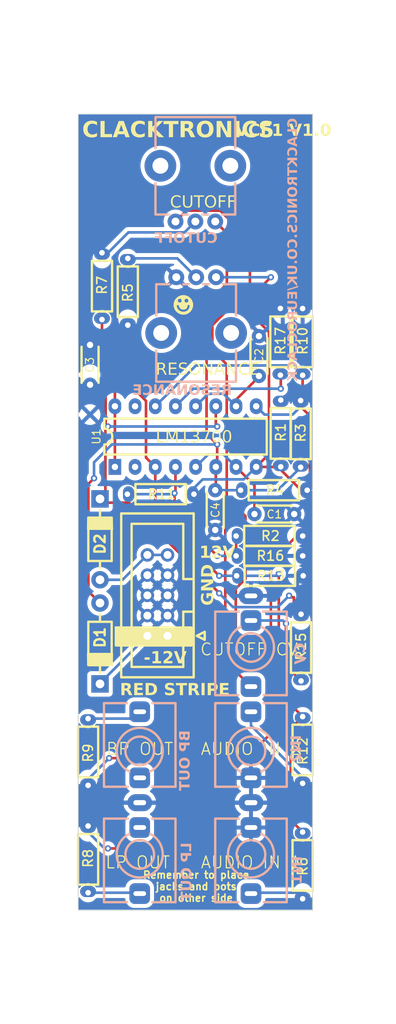
<source format=kicad_pcb>
(kicad_pcb (version 20221018) (generator pcbnew)
  (layers (0 "F.Cu" signal) (31 "B.Cu" signal) (34 "B.Paste" user) (35 "F.Paste" user) (36 "B.SilkS" user "B.Silkscreen") (37 "F.SilkS" user "F.Silkscreen") (38 "B.Mask" user) (39 "F.Mask" user) (44 "Edge.Cuts" user))
  (net 0 "")
  (net 1 "Net-(C1-Pad1)")
  (net 2 "GND")
  (net 3 "Net-(C2-Pad1)")
  (net 4 "+12V")
  (net 5 "-12V")
  (net 6 "Net-(D1-K)")
  (net 7 "Net-(D2-A)")
  (net 8 "Net-(J1-PadT)")
  (net 10 "Net-(J2-PadT)")
  (net 12 "Net-(J3-PadT)")
  (net 13 "Net-(J4-PadT)")
  (net 14 "Net-(R1-Pad1)")
  (net 15 "Net-(U1A-+)")
  (net 16 "Net-(U1C--)")
  (net 17 "Net-(R2-Pad2)")
  (net 18 "Net-(R5-Pad1)")
  (net 19 "Net-(U1C-+)")
  (net 20 "Net-(R7-Pad2)")
  (net 21 "Net-(U1A--)")
  (net 24 "Net-(J6-PadT)")
  (net 25 "Net-(J6-PadTN)")
  (net 26 "Net-(R7-Pad1)")
  (footprint "Clacktronics:R_Axial_DIN0204_L3.6mm_D1.6mm_P7.62mm_Horizontal" (layer "F.Cu") (at 150.7 95.8 90)
    (fp_text reference "R17" (at 4.318 0 90) (layer "F.SilkS") (effects (font (size 1.2 1.2) (thickness 0.2) bold)))
    (fp_text value "1k")
    (pad "1" thru_hole oval (at 0 0 90) (size 1.4 2) (drill 0.7 (offset 0.15 0)) (layers "*.Cu" "*.Mask") (net 21 "Net-(U1A--)"))
    (pad "2" thru_hole oval (at 8.382 0 270) (size 1.4 2) (drill 0.7 (offset 0.15 0)) (layers "*.Cu" "*.Mask") (net 2 "GND"))
  )
  (footprint "Clacktronics:R_Axial_DIN0204_L3.6mm_D1.6mm_P7.62mm_Horizontal" (layer "F.Cu") (at 131.5 81.13 -90)
    (fp_text reference "R5" (at 4.318 0 -90) (layer "F.SilkS") (effects (font (size 1.2 1.2) (thickness 0.2) bold)))
    (fp_text value "20k")
    (pad "1" thru_hole oval (at 0 0 270) (size 1.4 2) (drill 0.7 (offset 0.15 0)) (layers "*.Cu" "*.Mask") (net 18 "Net-(R5-Pad1)"))
    (pad "2" thru_hole oval (at 8.382 0 90) (size 1.4 2) (drill 0.7 (offset 0.15 0)) (layers "*.Cu" "*.Mask") (net 19 "Net-(U1C-+)"))
  )
  (footprint "Clacktronics:R_Axial_DIN0204_L3.6mm_D1.6mm_P7.62mm_Horizontal" (layer "F.Cu") (at 153.5 138.69 -90)
    (fp_text reference "R12" (at 4.318 0 -90) (layer "F.SilkS") (effects (font (size 1.2 1.2) (thickness 0.2) bold)))
    (fp_text value "100k")
    (pad "1" thru_hole oval (at 0 0 270) (size 1.4 2) (drill 0.7 (offset 0.15 0)) (layers "*.Cu" "*.Mask") (net 19 "Net-(U1C-+)"))
    (pad "2" thru_hole oval (at 8.382 0 90) (size 1.4 2) (drill 0.7 (offset 0.15 0)) (layers "*.Cu" "*.Mask") (net 13 "Net-(J4-PadT)"))
  )
  (footprint "Clacktronics:R_Axial_DIN0204_L3.6mm_D1.6mm_P7.62mm_Horizontal" (layer "F.Cu") (at 145.13 118.5)
    (fp_text reference "R16" (at 4.318 0) (layer "F.SilkS") (effects (font (size 1.2 1.2) (thickness 0.2) bold)))
    (fp_text value "1k")
    (pad "1" thru_hole oval (at 0 0) (size 1.4 2) (drill 0.7 (offset 0.15 0)) (layers "*.Cu" "*.Mask") (net 16 "Net-(U1C--)"))
    (pad "2" thru_hole oval (at 8.382 0 180) (size 1.4 2) (drill 0.7 (offset 0.15 0)) (layers "*.Cu" "*.Mask") (net 2 "GND"))
  )
  (footprint "Clacktronics:R_Axial_DIN0204_L3.6mm_D1.6mm_P7.62mm_Horizontal" (layer "F.Cu") (at 131.44 110.75)
    (fp_text reference "R11" (at 4.318 0) (layer "F.SilkS") (effects (font (size 1.2 1.2) (thickness 0.2) bold)))
    (fp_text value "20k")
    (pad "1" thru_hole oval (at 0 0) (size 1.4 2) (drill 0.7 (offset 0.15 0)) (layers "*.Cu" "*.Mask") (net 16 "Net-(U1C--)"))
    (pad "2" thru_hole oval (at 8.382 0 180) (size 1.4 2) (drill 0.7 (offset 0.15 0)) (layers "*.Cu" "*.Mask") (net 14 "Net-(R1-Pad1)"))
  )
  (footprint "Clacktronics:R_Axial_DIN0204_L3.6mm_D1.6mm_P7.62mm_Horizontal" (layer "F.Cu") (at 153.25 107.37 90)
    (fp_text reference "R3" (at 4.318 0 90) (layer "F.SilkS") (effects (font (size 1.2 1.2) (thickness 0.2) bold)))
    (fp_text value "20k")
    (pad "1" thru_hole oval (at 0 0 90) (size 1.4 2) (drill 0.7 (offset 0.15 0)) (layers "*.Cu" "*.Mask") (net 5 "-12V"))
    (pad "2" thru_hole oval (at 8.382 0 270) (size 1.4 2) (drill 0.7 (offset 0.15 0)) (layers "*.Cu" "*.Mask") (net 17 "Net-(R2-Pad2)"))
  )
  (footprint "Clacktronics:R_Axial_DIN0204_L3.6mm_D1.6mm_P7.62mm_Horizontal" (layer "F.Cu") (at 153.5 95.81 90)
    (fp_text reference "R10" (at 4.318 0 90) (layer "F.SilkS") (effects (font (size 1.2 1.2) (thickness 0.2) bold)))
    (fp_text value "1k")
    (pad "1" thru_hole oval (at 0 0 90) (size 1.4 2) (drill 0.7 (offset 0.15 0)) (layers "*.Cu" "*.Mask") (net 15 "Net-(U1A-+)"))
    (pad "2" thru_hole oval (at 8.382 0 270) (size 1.4 2) (drill 0.7 (offset 0.15 0)) (layers "*.Cu" "*.Mask") (net 2 "GND"))
  )
  (footprint "Clacktronics:C_TH_Disc_P5.00mm" (layer "F.Cu") (at 147.44 113.25)
    (fp_text reference "C1" (at 2.5 0.0254) (layer "F.SilkS"))
    (fp_text value " ")
    (pad "1" thru_hole circle (at 0 0) (size 1.8 1.8) (drill 0.8) (layers "*.Cu" "*.Mask") (net 1 "Net-(C1-Pad1)"))
    (pad "2" thru_hole circle (at 5 0) (size 1.8 1.8) (drill 0.8) (layers "*.Cu" "*.Mask") (net 2 "GND"))
  )
  (footprint "Clacktronics:R_Axial_DIN0204_L3.6mm_D1.6mm_P7.62mm_Horizontal" (layer "F.Cu") (at 128.25 88.81 90)
    (fp_text reference "R7" (at 4.318 0 90) (layer "F.SilkS") (effects (font (size 1.2 1.2) (thickness 0.2) bold)))
    (fp_text value "100k")
    (pad "1" thru_hole oval (at 0 0 90) (size 1.4 2) (drill 0.7 (offset 0.15 0)) (layers "*.Cu" "*.Mask") (net 26 "Net-(R7-Pad1)"))
    (pad "2" thru_hole oval (at 8.382 0 270) (size 1.4 2) (drill 0.7 (offset 0.15 0)) (layers "*.Cu" "*.Mask") (net 20 "Net-(R7-Pad2)"))
  )
  (footprint "Clacktronics:R_Axial_DIN0204_L3.6mm_D1.6mm_P7.62mm_Horizontal" (layer "F.Cu") (at 153.3 134.21 90)
    (fp_text reference "R15" (at 4.318 0 90) (layer "F.SilkS") (effects (font (size 1.2 1.2) (thickness 0.2) bold)))
    (fp_text value "10k")
    (pad "1" thru_hole oval (at 0 0 90) (size 1.4 2) (drill 0.7 (offset 0.15 0)) (layers "*.Cu" "*.Mask") (net 25 "Net-(J6-PadTN)"))
    (pad "2" thru_hole oval (at 8.382 0 270) (size 1.4 2) (drill 0.7 (offset 0.15 0)) (layers "*.Cu" "*.Mask") (net 4 "+12V"))
  )
  (footprint "Clacktronics:R_Axial_DIN0204_L3.6mm_D1.6mm_P7.62mm_Horizontal" (layer "F.Cu") (at 145.13 116)
    (fp_text reference "R2" (at 4.318 0) (layer "F.SilkS") (effects (font (size 1.2 1.2) (thickness 0.2) bold)))
    (fp_text value "75k")
    (pad "1" thru_hole oval (at 0 0) (size 1.4 2) (drill 0.7 (offset 0.15 0)) (layers "*.Cu" "*.Mask") (net 16 "Net-(U1C--)"))
    (pad "2" thru_hole oval (at 8.382 0 180) (size 1.4 2) (drill 0.7 (offset 0.15 0)) (layers "*.Cu" "*.Mask") (net 17 "Net-(R2-Pad2)"))
  )
  (footprint "Clacktronics:R_Axial_DIN0204_L3.6mm_D1.6mm_P7.62mm_Horizontal" (layer "F.Cu") (at 145.19 121)
    (fp_text reference "R13" (at 4.318 0) (layer "F.SilkS") (effects (font (size 1.2 1.2) (thickness 0.2) bold)))
    (fp_text value "1k")
    (pad "1" thru_hole oval (at 0 0) (size 1.4 2) (drill 0.7 (offset 0.15 0)) (layers "*.Cu" "*.Mask") (net 19 "Net-(U1C-+)"))
    (pad "2" thru_hole oval (at 8.382 0 180) (size 1.4 2) (drill 0.7 (offset 0.15 0)) (layers "*.Cu" "*.Mask") (net 2 "GND"))
  )
  (footprint "Clacktronics:C_TH_Disc_P5.00mm" (layer "F.Cu") (at 142.5 115.25 90)
    (fp_text reference "C4" (at 2.5 0.0254 90) (layer "F.SilkS"))
    (fp_text value "100n")
    (pad "1" thru_hole circle (at 0 0 90) (size 1.8 1.8) (drill 0.8) (layers "*.Cu" "*.Mask") (net 2 "GND"))
    (pad "2" thru_hole circle (at 5 0 90) (size 1.8 1.8) (drill 0.8) (layers "*.Cu" "*.Mask") (net 5 "-12V"))
  )
  (footprint "Clacktronics:DIP-16_W7.62mm_LongPads" (layer "F.Cu") (at 129.875 107.325 90)
    (fp_text reference "U1" (at 3.81 -2.33 90) (layer "F.SilkS"))
    (fp_text value "LM13700")
    (pad "1" thru_hole rect (at 0 0 90) (size 2 1.6) (drill 0.8) (layers "*.Cu" "*.Mask") (net 26 "Net-(R7-Pad1)"))
    (pad "2" thru_hole oval (at 0 2.54 90) (size 2 1.6) (drill 0.8) (layers "*.Cu" "*.Mask"))
    (pad "3" thru_hole oval (at 0 5.08 90) (size 2 1.6) (drill 0.8) (layers "*.Cu" "*.Mask") (net 19 "Net-(U1C-+)"))
    (pad "4" thru_hole oval (at 0 7.62 90) (size 2 1.6) (drill 0.8) (layers "*.Cu" "*.Mask") (net 16 "Net-(U1C--)"))
    (pad "5" thru_hole oval (at 0 10.16 90) (size 2 1.6) (drill 0.8) (layers "*.Cu" "*.Mask") (net 1 "Net-(C1-Pad1)"))
    (pad "6" thru_hole oval (at 0 12.7 90) (size 2 1.6) (drill 0.8) (layers "*.Cu" "*.Mask") (net 5 "-12V"))
    (pad "7" thru_hole oval (at 0 15.24 90) (size 2 1.6) (drill 0.8) (layers "*.Cu" "*.Mask") (net 1 "Net-(C1-Pad1)"))
    (pad "8" thru_hole oval (at 0 17.78 90) (size 2 1.6) (drill 0.8) (layers "*.Cu" "*.Mask") (net 14 "Net-(R1-Pad1)"))
    (pad "9" thru_hole oval (at 7.62 17.78 90) (size 2 1.6) (drill 0.8) (layers "*.Cu" "*.Mask") (net 17 "Net-(R2-Pad2)"))
    (pad "10" thru_hole oval (at 7.62 15.24 90) (size 2 1.6) (drill 0.8) (layers "*.Cu" "*.Mask") (net 3 "Net-(C2-Pad1)"))
    (pad "11" thru_hole oval (at 7.62 12.7 90) (size 2 1.6) (drill 0.8) (layers "*.Cu" "*.Mask") (net 4 "+12V"))
    (pad "12" thru_hole oval (at 7.62 10.16 90) (size 2 1.6) (drill 0.8) (layers "*.Cu" "*.Mask") (net 3 "Net-(C2-Pad1)"))
    (pad "13" thru_hole oval (at 7.62 7.62 90) (size 2 1.6) (drill 0.8) (layers "*.Cu" "*.Mask") (net 21 "Net-(U1A--)"))
    (pad "14" thru_hole oval (at 7.62 5.08 90) (size 2 1.6) (drill 0.8) (layers "*.Cu" "*.Mask") (net 15 "Net-(U1A-+)"))
    (pad "15" thru_hole oval (at 7.62 2.54 90) (size 2 1.6) (drill 0.8) (layers "*.Cu" "*.Mask"))
    (pad "16" thru_hole oval (at 7.62 0 90) (size 2 1.6) (drill 0.8) (layers "*.Cu" "*.Mask") (net 26 "Net-(R7-Pad1)"))
  )
  (footprint "Clacktronics:R_Axial_DIN0204_L3.6mm_D1.6mm_P7.62mm_Horizontal" (layer "F.Cu") (at 150.75 107.31 90)
    (fp_text reference "R1" (at 4.318 0 90) (layer "F.SilkS") (effects (font (size 1.2 1.2) (thickness 0.2) bold)))
    (fp_text value "20k")
    (pad "1" thru_hole oval (at 0 0 90) (size 1.4 2) (drill 0.7 (offset 0.15 0)) (layers "*.Cu" "*.Mask") (net 14 "Net-(R1-Pad1)"))
    (pad "2" thru_hole oval (at 8.382 0 270) (size 1.4 2) (drill 0.7 (offset 0.15 0)) (layers "*.Cu" "*.Mask") (net 15 "Net-(U1A-+)"))
  )
  (footprint "Clacktronics:R_Axial_DIN0204_L3.6mm_D1.6mm_P7.62mm_Horizontal" (layer "F.Cu") (at 126.5 160.81 90)
    (fp_text reference "R8" (at 4.318 0 90) (layer "F.SilkS") (effects (font (size 1.2 1.2) (thickness 0.2) bold)))
    (fp_text value "1k")
    (pad "1" thru_hole oval (at 0 0 90) (size 1.4 2) (drill 0.7 (offset 0.15 0)) (layers "*.Cu" "*.Mask") (net 10 "Net-(J2-PadT)"))
    (pad "2" thru_hole oval (at 8.382 0 270) (size 1.4 2) (drill 0.7 (offset 0.15 0)) (layers "*.Cu" "*.Mask") (net 17 "Net-(R2-Pad2)"))
  )
  (footprint "Clacktronics:C_TH_Disc_P5.00mm" (layer "F.Cu") (at 148 95.9 90)
    (fp_text reference "C2" (at 2.5 0.0254 90) (layer "F.SilkS"))
    (fp_text value " ")
    (pad "1" thru_hole circle (at 0 0 90) (size 1.8 1.8) (drill 0.8) (layers "*.Cu" "*.Mask") (net 3 "Net-(C2-Pad1)"))
    (pad "2" thru_hole circle (at 5 0 90) (size 1.8 1.8) (drill 0.8) (layers "*.Cu" "*.Mask") (net 2 "GND"))
  )
  (footprint "Clacktronics:C_TH_Disc_P5.00mm" (layer "F.Cu") (at 126.75 92 -90)
    (fp_text reference "C3" (at 2.5 0.0254 -90) (layer "F.SilkS"))
    (fp_text value "100n")
    (pad "1" thru_hole circle (at 0 0 270) (size 1.8 1.8) (drill 0.8) (layers "*.Cu" "*.Mask") (net 4 "+12V"))
    (pad "2" thru_hole circle (at 5 0 270) (size 1.8 1.8) (drill 0.8) (layers "*.Cu" "*.Mask") (net 2 "GND"))
  )
  (footprint "Connector_IDC:IDC-Header_2x05_P2.54mm_Vertical" (layer "F.Cu") (at 136.5 128.54 180)
    (fp_text reference "J5" hide)
    (fp_text value "Eurorack socket" hide)
    (pad "1" thru_hole roundrect (at 0 0 180) (size 1.7 1.7) (drill 1) (layers "*.Cu" "*.Mask") (roundrect_rratio 0.1470588235) (net 6 "Net-(D1-K)"))
    (pad "2" thru_hole circle (at 2.54 0 180) (size 1.7 1.7) (drill 1) (layers "*.Cu" "*.Mask") (net 6 "Net-(D1-K)"))
    (pad "3" thru_hole circle (at 0 2.54 180) (size 1.7 1.7) (drill 1) (layers "*.Cu" "*.Mask") (net 2 "GND"))
    (pad "4" thru_hole circle (at 2.54 2.54 180) (size 1.7 1.7) (drill 1) (layers "*.Cu" "*.Mask") (net 2 "GND"))
    (pad "5" thru_hole circle (at 0 5.08 180) (size 1.7 1.7) (drill 1) (layers "*.Cu" "*.Mask") (net 2 "GND"))
    (pad "6" thru_hole circle (at 2.54 5.08 180) (size 1.7 1.7) (drill 1) (layers "*.Cu" "*.Mask") (net 2 "GND"))
    (pad "7" thru_hole circle (at 0 7.62 180) (size 1.7 1.7) (drill 1) (layers "*.Cu" "*.Mask") (net 2 "GND"))
    (pad "8" thru_hole circle (at 2.54 7.62 180) (size 1.7 1.7) (drill 1) (layers "*.Cu" "*.Mask") (net 2 "GND"))
    (pad "9" thru_hole circle (at 0 10.16 180) (size 1.7 1.7) (drill 1) (layers "*.Cu" "*.Mask") (net 7 "Net-(D2-A)"))
    (pad "10" thru_hole circle (at 2.54 10.16 180) (size 1.7 1.7) (drill 1) (layers "*.Cu" "*.Mask") (net 7 "Net-(D2-A)"))
  )
  (footprint "Clacktronics:R_Axial_DIN0204_L3.6mm_D1.6mm_P7.62mm_Horizontal" (layer "F.Cu") (at 126.5 138.94 -90)
    (fp_text reference "R9" (at 4.318 0 -90) (layer "F.SilkS") (effects (font (size 1.2 1.2) (thickness 0.2) bold)))
    (fp_text value "1k")
    (pad "1" thru_hole oval (at 0 0 270) (size 1.4 2) (drill 0.7 (offset 0.15 0)) (layers "*.Cu" "*.Mask") (net 12 "Net-(J3-PadT)"))
    (pad "2" thru_hole oval (at 8.382 0 90) (size 1.4 2) (drill 0.7 (offset 0.15 0)) (layers "*.Cu" "*.Mask") (net 14 "Net-(R1-Pad1)"))
  )
  (footprint "Clacktronics:R_Axial_DIN0204_L3.6mm_D1.6mm_P7.62mm_Horizontal" (layer "F.Cu") (at 145.69 110.25)
    (fp_text reference "R4" (at 4.318 0) (layer "F.SilkS") (effects (font (size 1.2 1.2) (thickness 0.2) bold)))
    (fp_text value "20k")
    (pad "1" thru_hole oval (at 0 0) (size 1.4 2) (drill 0.7 (offset 0.15 0)) (layers "*.Cu" "*.Mask") (net 5 "-12V"))
    (pad "2" thru_hole oval (at 8.382 0 180) (size 1.4 2) (drill 0.7 (offset 0.15 0)) (layers "*.Cu" "*.Mask") (net 14 "Net-(R1-Pad1)"))
  )
  (footprint "Clacktronics:face" (layer "F.Cu") (at 138.5 87)
    (fp_text reference "G***" hide)
    (fp_text value "LOGO" hide)
  )
  (footprint "Clacktronics:D_TH_DO-41_P10.16mm" (layer "F.Cu") (at 128 134.58 90)
    (fp_text reference "D1" (at 5.83 0 90) (layer "F.SilkS") (effects (font (size 1.3 1.3) (thickness 0.3))))
    (fp_text value "D_Schottky")
    (pad "1" thru_hole rect (at 0 0 90) (size 2.2 2.2) (drill 1.1) (layers "*.Cu" "*.Mask") (net 6 "Net-(D1-K)"))
    (pad "2" thru_hole oval (at 10.16 0 90) (size 2.2 2.2) (drill 1.1) (layers "*.Cu" "*.Mask") (net 5 "-12V"))
  )
  (footprint "Clacktronics:D_TH_DO-41_P10.16mm" (layer "F.Cu") (at 128 111.34 -90)
    (fp_text reference "D2" (at 5.66 0 90) (layer "F.SilkS") (effects (font (size 1.3 1.3) (thickness 0.3))))
    (fp_text value "D_Schottky")
    (pad "1" thru_hole rect (at 0 0 270) (size 2.2 2.2) (drill 1.1) (layers "*.Cu" "*.Mask") (net 4 "+12V"))
    (pad "2" thru_hole oval (at 10.16 0 270) (size 2.2 2.2) (drill 1.1) (layers "*.Cu" "*.Mask") (net 7 "Net-(D2-A)"))
  )
  (footprint "Clacktronics:R_Axial_DIN0204_L3.6mm_D1.6mm_P7.62mm_Horizontal" (layer "F.Cu") (at 153.5 153.19 -90)
    (fp_text reference "R6" (at 4.318 0 -90) (layer "F.SilkS") (effects (font (size 1.2 1.2) (thickness 0.2) bold)))
    (fp_text value "100k")
    (pad "1" thru_hole oval (at 0 0 270) (size 1.4 2) (drill 0.7 (offset 0.15 0)) (layers "*.Cu" "*.Mask") (net 19 "Net-(U1C-+)"))
    (pad "2" thru_hole oval (at 8.382 0 90) (size 1.4 2) (drill 0.7 (offset 0.15 0)) (layers "*.Cu" "*.Mask") (net 8 "Net-(J1-PadT)"))
  )
  (footprint "AudioJacks:Jack_3.5mm_QingPu_WQP-PJ301M-12_Vertical" (layer "B.Cu") (at 147 156)
    (fp_text reference "J1" hide)
    (fp_text value "AUDIO IN 1" (at 0 1) (layer "F.SilkS") (effects (font (size 1.5 1.5))))
    (pad "S" thru_hole oval (at 0 -6.48) (size 3.1 2.1) (drill oval 1.6 0.6) (layers "*.Cu" "*.Mask") (net 2 "GND"))
    (pad "T" thru_hole roundrect (at 0 4.92) (size 2.6 2.6) (drill oval 1.6 0.6) (layers "*.Cu" "*.Mask") (net 8 "Net-(J1-PadT)"))
    (pad "TN" thru_hole roundrect (at 0 -3.38) (size 2.6 2.6) (drill oval 1.6 0.6) (layers "*.Cu" "*.Mask") (net 2 "GND"))
  )
  (footprint "AudioJacks:Jack_3.5mm_QingPu_WQP-PJ301M-12_Vertical" (layer "B.Cu") (at 133 143 180)
    (fp_text reference "J3" hide)
    (fp_text value "BP OUT" (at 0 0.25) (layer "F.SilkS") (effects (font (size 1.5 1.5))))
    (pad "S" thru_hole oval (at 0 -6.48 180) (size 3.1 2.1) (drill oval 1.6 0.6) (layers "*.Cu" "*.Mask") (net 2 "GND"))
    (pad "T" thru_hole roundrect (at 0 4.92 180) (size 2.6 2.6) (drill oval 1.6 0.6) (layers "*.Cu" "*.Mask") (net 12 "Net-(J3-PadT)"))
    (pad "TN" thru_hole roundrect (at 0 -3.38 180) (size 2.6 2.6) (drill oval 1.6 0.6) (layers "*.Cu" "*.Mask"))
  )
  (footprint "AudioJacks:Jack_3.5mm_QingPu_WQP-PJ301M-12_Vertical" (layer "B.Cu") (at 133 156)
    (fp_text reference "J2" hide)
    (fp_text value "LP OUT" (at -0.25 1) (layer "F.SilkS") (effects (font (size 1.5 1.5))))
    (pad "S" thru_hole oval (at 0 -6.48) (size 3.1 2.1) (drill oval 1.6 0.6) (layers "*.Cu" "*.Mask") (net 2 "GND"))
    (pad "T" thru_hole roundrect (at 0 4.92) (size 2.6 2.6) (drill oval 1.6 0.6) (layers "*.Cu" "*.Mask") (net 10 "Net-(J2-PadT)"))
    (pad "TN" thru_hole roundrect (at 0 -3.38) (size 2.6 2.6) (drill oval 1.6 0.6) (layers "*.Cu" "*.Mask"))
  )
  (footprint "AudioJacks:Jack_3.5mm_QingPu_WQP-PJ301M-12_Vertical" (layer "B.Cu") (at 147 143 180)
    (fp_text reference "J4" hide)
    (fp_text value "AUDIO IN 2" (at 0 0.25) (layer "F.SilkS") (effects (font (size 1.5 1.5))))
    (pad "S" thru_hole oval (at 0 -6.48 180) (size 3.1 2.1) (drill oval 1.6 0.6) (layers "*.Cu" "*.Mask") (net 2 "GND"))
    (pad "T" thru_hole roundrect (at 0 4.92 180) (size 2.6 2.6) (drill oval 1.6 0.6) (layers "*.Cu" "*.Mask") (net 13 "Net-(J4-PadT)"))
    (pad "TN" thru_hole roundrect (at 0 -3.38 180) (size 2.6 2.6) (drill oval 1.6 0.6) (layers "*.Cu" "*.Mask") (net 2 "GND"))
  )
  (footprint "Clacktronics:POT_TH_Alps_RK09K_Single_Vertical" (layer "B.Cu") (at 140 69 180)
    (fp_text reference "RV2" hide)
    (fp_text value "100k")
    (pad "" thru_hole circle (at -4.4 -0.5 90) (size 4 4) (drill 2) (layers "*.Cu" "*.Mask"))
    (pad "" thru_hole circle (at 4.4 -0.5 90) (size 4 4) (drill 2) (layers "*.Cu" "*.Mask"))
    (pad "1" thru_hole circle (at 2.5 -7.5 90) (size 2 2) (drill 1) (layers "*.Cu" "*.Mask") (net 24 "Net-(J6-PadT)"))
    (pad "2" thru_hole circle (at 0 -7.5 180) (size 2 2) (drill 1) (layers "*.Cu" "*.Mask") (net 20 "Net-(R7-Pad2)"))
    (pad "3" thru_hole circle (at -2.5 -7.5 90) (size 2 2) (drill 1) (layers "*.Cu" "*.Mask") (net 5 "-12V"))
  )
  (footprint "Clacktronics:POT_TH_Alps_RK09K_Single_Vertical" (layer "B.Cu") (at 140.1 91)
    (fp_text reference "RV1" hide)
    (fp_text value "100k")
    (pad "" thru_hole circle (at -4.4 -0.5 270) (size 4 4) (drill 2) (layers "*.Cu" "*.Mask"))
    (pad "" thru_hole circle (at 4.4 -0.5 270) (size 4 4) (drill 2) (layers "*.Cu" "*.Mask"))
    (pad "1" thru_hole circle (at 2.5 -7.5 270) (size 2 2) (drill 1) (layers "*.Cu" "*.Mask") (net 14 "Net-(R1-Pad1)"))
    (pad "2" thru_hole circle (at 0 -7.5) (size 2 2) (drill 1) (layers "*.Cu" "*.Mask") (net 18 "Net-(R5-Pad1)"))
    (pad "3" thru_hole circle (at -2.5 -7.5 270) (size 2 2) (drill 1) (layers "*.Cu" "*.Mask") (net 2 "GND"))
  )
  (footprint "AudioJacks:Jack_3.5mm_QingPu_WQP-PJ301M-12_Vertical" (layer "B.Cu") (at 147 130)
    (fp_text reference "J6" hide)
    (fp_text value "CUTOFF CV" (at -0.25 0.25) (layer "F.SilkS") (effects (font (size 1.5 1.5))))
    (pad "S" thru_hole oval (at 0 -6.48) (size 3.1 2.1) (drill oval 1.6 0.6) (layers "*.Cu" "*.Mask") (net 2 "GND"))
    (pad "T" thru_hole roundrect (at 0 4.92) (size 2.6 2.6) (drill oval 1.6 0.6) (layers "*.Cu" "*.Mask") (net 24 "Net-(J6-PadT)"))
    (pad "TN" thru_hole roundrect (at 0 -3.38) (size 2.6 2.6) (drill oval 1.6 0.6) (layers "*.Cu" "*.Mask") (net 25 "Net-(J6-PadTN)"))
  )
  (gr_rect (start 130 127.5) (end 139.5 129.75) (stroke (width 0.3)) (fill solid) (layer "F.SilkS"))
  (gr_line (start 154.75 163) (end 154.75 63) (stroke (width 0.1)) (layer "Edge.Cuts"))
  (gr_line (start 125.25 63) (end 125.25 163) (stroke (width 0.1)) (layer "Edge.Cuts"))
  (gr_line (start 125.25 163) (end 154.75 163) (stroke (width 0.1)) (layer "Edge.Cuts"))
  (gr_line (start 154.75 63) (end 125.25 63) (stroke (width 0.1)) (layer "Edge.Cuts"))
  (gr_text "RESONANCE" (at 144.6 98.5) (layer "B.SilkS") (effects (font (size 1.3 1.3)) (justify left bottom mirror)))
  (gr_text "IN1\n" (at 153.6 156.2 90) (layer "B.SilkS") (effects (font (size 1.3 1.3)) (justify left bottom mirror)))
  (gr_text "BP OUT" (at 139.5 140.4 90) (layer "B.SilkS") (effects (font (size 1.3 1.3)) (justify left bottom mirror)))
  (gr_text "CUTOFF" (at 142.8 79.4) (layer "B.SilkS") (effects (font (size 1.3 1.3)) (justify left bottom mirror)))
  (gr_text "LP OUT" (at 139.7 154.5 90) (layer "B.SilkS") (effects (font (size 1.3 1.3)) (justify left bottom mirror)))
  (gr_text "CV" (at 154 129.4 90) (layer "B.SilkS") (effects (font (size 1.3 1.3)) (justify left bottom mirror)))
  (gr_text "IN2" (at 153.5 141 90) (layer "B.SilkS") (effects (font (size 1.3 1.3)) (justify left bottom mirror)))
  (gr_text "CLACKTRONICS.CO.UK/EUROCLACK" (at 153 63.5 90) (layer "B.SilkS") (effects (font (size 1.2 1.2)) (justify left bottom mirror)))
  (gr_text "12V" (at 140.5 119) (layer "F.SilkS") (effects (font (size 1.5 1.5)) (justify left bottom)))
  (gr_text "CLACKTRONICS" (at 125.75 66.25) (layer "F.SilkS") (effects (font (size 2 2)) (justify left bottom)))
  (gr_text "-12V\n" (at 133.5 132.25) (layer "F.SilkS") (effects (font (size 1.5 1.5)) (justify left bottom)))
  (gr_text "RED STRIPE" (at 130.5 136.25) (layer "F.SilkS") (effects (font (size 1.5 1.5)) (justify left bottom)))
  (gr_text "Remember to place\njacks and pots\non other side" (at 140.1 162) (layer "F.SilkS") (effects (font (size 0.9 0.9) (thickness 0.2) bold) (justify bottom)))
  (gr_text "CUTOFF" (at 136.8 75) (layer "F.SilkS") (effects (font (size 1.5 1.5)) (justify left bottom)))
  (gr_text "GND" (at 142.5 124.75 90) (layer "F.SilkS") (effects (font (size 1.5 1.5)) (justify left bottom)))
  (gr_text "RESONANCE" (at 135 96) (layer "F.SilkS") (effects (font (size 1.5 1.5)) (justify left bottom)))
  (gr_text "LM13700" (at 135 104.5) (layer "F.SilkS") (effects (font (size 1.5 1.5)) (justify left bottom)))
  (gr_text "VCF1 V1.0" (at 145 66) (layer "F.SilkS") (effects (font (size 1.5 1.5)) (justify left bottom)))
  (segment (start 147.44 113.25) (end 147.44 109.65) (width 0.33) (layer "F.Cu") (net 1))
  (segment (start 147.44 109.65) (end 145.115 107.325) (width 0.33) (layer "F.Cu") (net 1))
  (segment (start 140.035 107.325) (end 141.6 105.76) (width 0.33) (layer "B.Cu") (net 1))
  (segment (start 143.55 105.76) (end 145.115 107.325) (width 0.33) (layer "B.Cu") (net 1))
  (segment (start 141.6 105.76) (end 143.55 105.76) (width 0.33) (layer "B.Cu") (net 1))
  (segment (start 148 96) (end 148 95.9) (width 0.33) (layer "F.Cu") (net 3))
  (segment (start 145.115 98.885) (end 148 96) (width 0.33) (layer "F.Cu") (net 3))
  (segment (start 143.55 98.14) (end 145.115 99.705) (width 0.33) (layer "B.Cu") (net 3))
  (segment (start 141.6 98.14) (end 143.55 98.14) (width 0.33) (layer "B.Cu") (net 3))
  (segment (start 140.035 99.705) (end 141.6 98.14) (width 0.33) (layer "B.Cu") (net 3))
  (segment (start 128.99572 102.249999) (end 128.71 101.964279) (width 0.33) (layer "F.Cu") (net 4))
  (segment (start 143 123.16173) (end 131.65327 111.815) (width 0.33) (layer "F.Cu") (net 4))
  (segment (start 128.475 111.815) (end 128 111.34) (width 0.33) (layer "F.Cu") (net 4))
  (segment (start 142.575 102.075) (end 142.75 102.25) (width 0.33) (layer "F.Cu") (net 4))
  (segment (start 152.4 123.7) (end 152 123.7) (width 0.33) (layer "F.Cu") (net 4))
  (segment (start 143 123.2) (end 143 123.16173) (width 0.33) (layer "F.Cu") (net 4))
  (segment (start 153.3 126.59) (end 152.4 125.69) (width 0.33) (layer "F.Cu") (net 4))
  (segment (start 142.575 99.705) (end 142.575 102.075) (width 0.33) (layer "F.Cu") (net 4))
  (segment (start 128.6795 110.6605) (end 128.6795 102.566219) (width 0.33) (layer "F.Cu") (net 4))
  (segment (start 131.65327 111.815) (end 128.475 111.815) (width 0.33) (layer "F.Cu") (net 4))
  (segment (start 152 123.7) (end 151.8 123.5) (width 0.33) (layer "F.Cu") (net 4))
  (segment (start 128.71 101.964279) (end 128.71 93.96) (width 0.33) (layer "F.Cu") (net 4))
  (segment (start 152.4 125.69) (end 152.4 123.7) (width 0.33) (layer "F.Cu") (net 4))
  (segment (start 128.71 93.96) (end 126.75 92) (width 0.33) (layer "F.Cu") (net 4))
  (segment (start 128.6795 102.566219) (end 128.99572 102.249999) (width 0.33) (layer "F.Cu") (net 4))
  (via (at 151.8 123.5) (size 0.8) (drill 0.4) (layers "F.Cu" "B.Cu") (net 4))
  (via (at 143 123.2) (size 0.8) (drill 0.4) (layers "F.Cu" "B.Cu") (net 4))
  (via (at 128.99572 102.249999) (size 0.8) (drill 0.4) (layers "F.Cu" "B.Cu") (net 4))
  (via (at 142.75 102.25) (size 0.8) (drill 0.4) (layers "F.Cu" "B.Cu") (net 4))
  (segment (start 128.995721 102.25) (end 128.99572 102.249999) (width 0.33) (layer "B.Cu") (net 4))
  (segment (start 150.365 124.935) (end 144.735 124.935) (width 0.33) (layer "B.Cu") (net 4))
  (segment (start 144.735 124.935) (end 143 123.2) (width 0.33) (layer "B.Cu") (net 4))
  (segment (start 151.8 123.5) (end 150.365 124.935) (width 0.33) (layer "B.Cu") (net 4))
  (segment (start 142.75 102.25) (end 128.995721 102.25) (width 0.33) (layer "B.Cu") (net 4))
  (segment (start 141.41 103.16) (end 142.75 104.5) (width 0.33) (layer "F.Cu") (net 5))
  (segment (start 142.575 107.325) (end 142.575 110.175) (width 0.33) (layer "F.Cu") (net 5))
  (segment (start 143.965 77.965) (end 143.965 84.335) (width 0.33) (layer "F.Cu") (net 5))
  (segment (start 128 124.42) (end 126.535 122.955) (width 0.33) (layer "F.Cu") (net 5))
  (segment (start 141.41 86.89) (end 141.41 103.16) (width 0.33) (layer "F.Cu") (net 5))
  (segment (start 142.75 104.5) (end 142.75 107.15) (width 0.33) (layer "F.Cu") (net 5))
  (segment (start 142.5 76.5) (end 143.965 77.965) (width 0.33) (layer "F.Cu") (net 5))
  (segment (start 126.535 122.955) (end 126.535 109.465) (width 0.33) (layer "F.Cu") (net 5))
  (segment (start 126.535 109.465) (end 127.25 108.75) (width 0.33) (layer "F.Cu") (net 5))
  (segment (start 143.965 84.335) (end 141.41 86.89) (width 0.33) (layer "F.Cu") (net 5))
  (via (at 127.25 108.75) (size 0.8) (drill 0.4) (layers "F.Cu" "B.Cu") (net 5))
  (via (at 142.75 104.5) (size 0.8) (drill 0.4) (layers "F.Cu" "B.Cu") (net 5))
  (segment (start 142.75 104.5) (end 129.5 104.5) (width 0.33) (layer "B.Cu") (net 5))
  (segment (start 145.69 110.25) (end 142.5 110.25) (width 0.33) (layer "B.Cu") (net 5))
  (segment (start 129.5 104.5) (end 127.25 106.75) (width 0.33) (layer "B.Cu") (net 5))
  (segment (start 153.25 107.37) (end 150.37 110.25) (width 0.33) (layer "B.Cu") (net 5))
  (segment (start 127.25 106.75) (end 127.25 108.75) (width 0.33) (layer "B.Cu") (net 5))
  (segment (start 150.37 110.25) (end 145.69 110.25) (width 0.33) (layer "B.Cu") (net 5))
  (segment (start 133.96 128.54) (end 128 134.5) (width 0.33) (layer "B.Cu") (net 6))
  (segment (start 133.96 128.54) (end 136.5 128.54) (width 0.33) (layer "B.Cu") (net 6))
  (segment (start 128 121.5) (end 130.84 121.5) (width 0.33) (layer "B.Cu") (net 7))
  (segment (start 133.96 118.38) (end 136.5 118.38) (width 0.33) (layer "B.Cu") (net 7))
  (segment (start 130.84 121.5) (end 133.96 118.38) (width 0.33) (layer "B.Cu") (net 7))
  (segment (start 147.11 160.81) (end 153.5 160.81) (width 0.33) (layer "B.Cu") (net 8))
  (segment (start 132.89 160.81) (end 126.5 160.81) (width 0.33) (layer "B.Cu") (net 10))
  (segment (start 126.5 138.94) (end 132.14 138.94) (width 0.33) (layer "B.Cu") (net 12))
  (segment (start 153.5 146.31) (end 147 139.81) (width 0.33) (layer "B.Cu") (net 13))
  (segment (start 147 139.81) (end 147 138.08) (width 0.33) (layer "B.Cu") (net 13))
  (segment (start 147.655 107.325) (end 150.735 107.325) (width 0.33) (layer "F.Cu") (net 14))
  (segment (start 148.3 89.411019) (end 148.3 84.7) (width 0.33) (layer "F.Cu") (net 14))
  (segment (start 150.735 107.325) (end 150.75 107.31) (width 0.33) (layer "F.Cu") (net 14))
  (segment (start 140.049949 110.75) (end 143.7645 114.464551) (width 0.33) (layer "F.Cu") (net 14))
  (segment (start 143.7645 131.566667) (end 131.426167 143.905) (width 0.33) (layer "F.Cu") (net 14))
  (segment (start 149.265 90.376019) (end 148.3 89.411019) (width 0.33) (layer "F.Cu") (net 14))
  (segment (start 153.31 110.25) (end 150.75 107.69) (width 0.33) (layer "F.Cu") (net 14))
  (segment (start 143.7645 114.464551) (end 143.7645 131.566667) (width 0.33) (layer "F.Cu") (net 14))
  (segment (start 147.655 107.325) (end 149.265 105.715) (width 0.33) (layer "F.Cu") (net 14))
  (segment (start 149.265 105.715) (end 149.265 90.376019) (width 0.33) (layer "F.Cu") (net 14))
  (segment (start 131.426167 143.905) (end 129.155 143.905) (width 0.33) (layer "F.Cu") (net 14))
  (segment (start 139.06 110.75) (end 140.049949 110.75) (width 0.33) (layer "F.Cu") (net 14))
  (segment (start 148.3 84.7) (end 149.5 83.5) (width 0.33) (layer "F.Cu") (net 14))
  (via (at 149.5 83.5) (size 0.8) (drill 0.4) (layers "F.Cu" "B.Cu") (net 14))
  (via (at 129.155 143.905) (size 0.8) (drill 0.4) (layers "F.Cu" "B.Cu") (net 14))
  (segment (start 126.5 146.56) (end 129.155 143.905) (width 0.33) (layer "B.Cu") (net 14))
  (segment (start 139.06 110.75) (end 140.92 108.89) (width 0.33) (layer "B.Cu") (net 14))
  (segment (start 146.09 108.89) (end 147.655 107.325) (width 0.33) (layer "B.Cu") (net 14))
  (segment (start 142.6 83.5) (end 149.5 83.5) (width 0.33) (layer "B.Cu") (net 14))
  (segment (start 140.92 108.89) (end 146.09 108.89) (width 0.33) (layer "B.Cu") (net 14))
  (segment (start 153.5 95.81) (end 153.5 96.94) (width 0.33) (layer "F.Cu") (net 15))
  (segment (start 152.275 94.585) (end 153.5 95.81) (width 0.33) (layer "B.Cu") (net 15))
  (segment (start 134.955 99.705) (end 140.075 94.585) (width 0.33) (layer "B.Cu") (net 15))
  (segment (start 140.075 94.585) (end 152.275 94.585) (width 0.33) (layer "B.Cu") (net 15))
  (segment (start 137.495 107.325) (end 137.495 110.505) (width 0.33) (layer "F.Cu") (net 16))
  (segment (start 137.495 110.505) (end 137.375 110.625) (width 0.33) (layer "F.Cu") (net 16))
  (segment (start 137.375 110.625) (end 137.375 113.125) (width 0.33) (layer "F.Cu") (net 16))
  (segment (start 137.375 113.125) (end 142.75 118.5) (width 0.33) (layer "F.Cu") (net 16))
  (segment (start 145.13 116) (end 145.13 118.5) (width 0.33) (layer "F.Cu") (net 16))
  (via (at 142.75 118.5) (size 0.8) (drill 0.4) (layers "F.Cu" "B.Cu") (net 16))
  (via (at 137.375 110.625) (size 0.8) (drill 0.4) (layers "F.Cu" "B.Cu") (net 16))
  (segment (start 145.13 118.5) (end 142.75 118.5) (width 0.33) (layer "B.Cu") (net 16))
  (segment (start 137.25 110.75) (end 137.375 110.625) (width 0.33) (layer "B.Cu") (net 16))
  (segment (start 131.44 110.75) (end 137.25 110.75) (width 0.33) (layer "B.Cu") (net 16))
  (segment (start 154.415 100.915) (end 153.25 99.75) (width 0.33) (layer "F.Cu") (net 17))
  (segment (start 149.5 140.812233) (end 135.062233 155.25) (width 0.33) (layer "F.Cu") (net 17))
  (segment (start 152.75 116) (end 149.5 119.25) (width 0.33) (layer "F.Cu") (net 17))
  (segment (start 135.062233 155.25) (end 129 155.25) (width 0.33) (layer "F.Cu") (net 17))
  (segment (start 154.415 114.73) (end 154.415 100.915) (width 0.33) (layer "F.Cu") (net 17))
  (segment (start 153.145 116) (end 154.415 114.73) (width 0.33) (layer "F.Cu") (net 17))
  (segment (start 149.5 119.25) (end 149.5 140.812233) (width 0.33) (layer "F.Cu") (net 17))
  (via (at 129 155.25) (size 0.8) (drill 0.4) (layers "F.Cu" "B.Cu") (net 17))
  (segment (start 153.25 99.75) (end 152.245 100.755) (width 0.33) (layer "B.Cu") (net 17))
  (segment (start 148.705 100.755) (end 147.655 99.705) (width 0.33) (layer "B.Cu") (net 17))
  (segment (start 128.56 155.25) (end 129 155.25) (width 0.33) (layer "B.Cu") (net 17))
  (segment (start 152.245 100.755) (end 148.705 100.755) (width 0.33) (layer "B.Cu") (net 17))
  (segment (start 126.5 153.19) (end 128.56 155.25) (width 0.33) (layer "B.Cu") (net 17))
  (segment (start 131.5 81.13) (end 137.73 81.13) (width 0.33) (layer "B.Cu") (net 18))
  (segment (start 137.73 81.13) (end 140.1 83.5) (width 0.33) (layer "B.Cu") (net 18))
  (segment (start 152 140.19) (end 153.5 138.69) (width 0.33) (layer "F.Cu") (net 19))
  (segment (start 150.5 135.69) (end 150.5 120.75) (width 0.33) (layer "F.Cu") (net 19))
  (segment (start 134.955 107.325) (end 134.955 112.955) (width 0.33) (layer "F.Cu") (net 19))
  (segment (start 153.5 138.69) (end 150.5 135.69) (width 0.33) (layer "F.Cu") (net 19))
  (segment (start 133.79 99.032441) (end 133.79 106.16) (width 0.33) (layer "F.Cu") (net 19))
  (segment (start 131.5 96.742441) (end 133.79 99.032441) (width 0.33) (layer "F.Cu") (net 19))
  (segment (start 131.5 88.75) (end 131.5 96.742441) (width 0.33) (layer "F.Cu") (net 19))
  (segment (start 153.5 153.19) (end 152 151.69) (width 0.33) (layer "F.Cu") (net 19))
  (segment (start 133.79 106.16) (end 134.955 107.325) (width 0.33) (layer "F.Cu") (net 19))
  (segment (start 134.955 112.955) (end 143 121) (width 0.33) (layer "F.Cu") (net 19))
  (segment (start 152 151.69) (end 152 140.19) (width 0.33) (layer "F.Cu") (net 19))
  (via (at 150.5 120.75) (size 0.8) (drill 0.4) (layers "F.Cu" "B.Cu") (net 19))
  (via (at 143 121) (size 0.8) (drill 0.4) (layers "F.Cu" "B.Cu") (net 19))
  (segment (start 145.19 121) (end 143 121) (width 0.33) (layer "B.Cu") (net 19))
  (segment (start 145.19 121) (end 150.25 121) (width 0.33) (layer "B.Cu") (net 19))
  (segment (start 150.25 121) (end 150.5 120.75) (width 0.33) (layer "B.Cu") (net 19))
  (segment (start 128.25 81.19) (end 131.575 77.865) (width 0.33) (layer "B.Cu") (net 20))
  (segment (start 131.575 77.865) (end 138.635 77.865) (width 0.33) (layer "B.Cu") (net 20))
  (segment (start 138.635 77.865) (end 140 76.5) (width 0.33) (layer "B.Cu") (net 20))
  (segment (start 150.75 95.85) (end 150.75 97.5) (width 0.33) (layer "F.Cu") (net 21))
  (segment (start 150.7 95.8) (end 150.75 95.85) (width 0.33) (layer "F.Cu") (net 21))
  (via (at 150.75 97.5) (size 0.8) (drill 0.4) (layers "F.Cu" "B.Cu") (net 21))
  (segment (start 139.7 97.5) (end 150.75 97.5) (width 0.33) (layer "B.Cu") (net 21))
  (segment (start 137.495 99.705) (end 139.7 97.5) (width 0.33) (layer "B.Cu") (net 21))
  (segment (start 145.085 122.615) (end 146.3 121.4) (width 0.33) (layer "F.Cu") (net 24))
  (segment (start 147 134.92) (end 145.085 133.005) (width 0.33) (layer "F.Cu") (net 24))
  (segment (start 138.865 75.135) (end 137.5 76.5) (width 0.33) (layer "F.Cu") (net 24))
  (segment (start 146.3 121.4) (end 146.3 113.5) (width 0.33) (layer "F.Cu") (net 24))
  (segment (start 142.135 89.520384) (end 142.135 92.635) (width 0.33) (layer "F.Cu") (net 24))
  (segment (start 143.95 111.15) (end 143.95 94.45) (width 0.33) (layer "F.Cu") (net 24))
  (segment (start 146.3 113.5) (end 143.95 111.15) (width 0.33) (layer "F.Cu") (net 24))
  (segment (start 145.085 133.005) (end 145.085 122.615) (width 0.33) (layer "F.Cu") (net 24))
  (segment (start 146.865 84.790384) (end 142.135 89.520384) (width 0.33) (layer "F.Cu") (net 24))
  (segment (start 142.135 92.635) (end 143.95 94.45) (width 0.33) (layer "F.Cu") (net 24))
  (segment (start 143.135 75.135) (end 138.865 75.135) (width 0.33) (layer "F.Cu") (net 24))
  (segment (start 146.865 78.865) (end 146.865 84.790384) (width 0.33) (layer "F.Cu") (net 24))
  (segment (start 146.865 78.865) (end 143.135 75.135) (width 0.33) (layer "F.Cu") (net 24))
  (segment (start 151.4 132.31) (end 151.4 127) (width 0.33) (layer "F.Cu") (net 25))
  (segment (start 153.3 134.21) (end 151.4 132.31) (width 0.33) (layer "F.Cu") (net 25))
  (via (at 151.4 127) (size 0.8) (drill 0.4) (layers "F.Cu" "B.Cu") (net 25))
  (segment (start 151.02 126.62) (end 151.4 127) (width 0.33) (layer "B.Cu") (net 25))
  (segment (start 147 126.62) (end 151.02 126.62) (width 0.33) (layer "B.Cu") (net 25))
  (segment (start 129.875 107.325) (end 129.875 99.705) (width 0.33) (layer "F.Cu") (net 26))
  (segment (start 128.25 90.25) (end 128.25 88.81) (width 0.33) (layer "F.Cu") (net 26))
  (segment (start 129.875 91.875) (end 128.25 90.25) (width 0.33) (layer "F.Cu") (net 26))
  (segment (start 129.875 99.705) (end 129.875 91.875) (width 0.33) (layer "F.Cu") (net 26))
  (zone (net 2) (net_name "GND") (layer "B.Cu") (connect_pads (clearance 0.5)) (min_thickness 0.25) (fill yes (thermal_gap 0.5) (thermal_bridge_width 0.5))
    (polygon (pts (xy 155.25 163.25) (xy 124.75 163.5) (xy 124.75 62.75) (xy 155.25 62.75)))
  )
)
</source>
